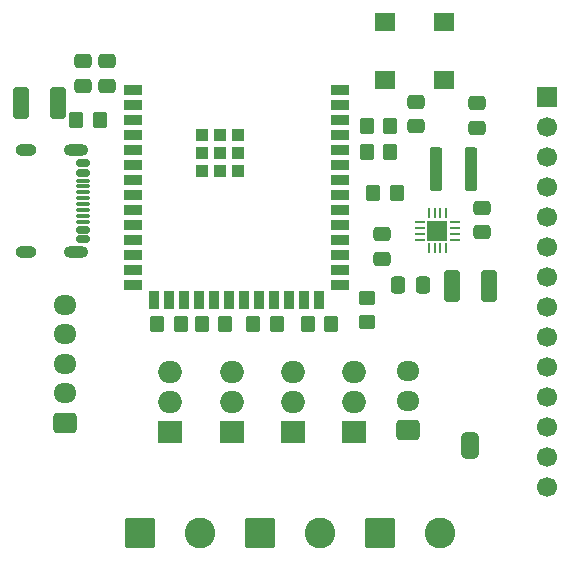
<source format=gbr>
%TF.GenerationSoftware,KiCad,Pcbnew,9.0.1*%
%TF.CreationDate,2025-05-27T02:43:24+02:00*%
%TF.ProjectId,LEDController,4c454443-6f6e-4747-926f-6c6c65722e6b,1*%
%TF.SameCoordinates,Original*%
%TF.FileFunction,Soldermask,Top*%
%TF.FilePolarity,Negative*%
%FSLAX46Y46*%
G04 Gerber Fmt 4.6, Leading zero omitted, Abs format (unit mm)*
G04 Created by KiCad (PCBNEW 9.0.1) date 2025-05-27 02:43:24*
%MOMM*%
%LPD*%
G01*
G04 APERTURE LIST*
G04 Aperture macros list*
%AMRoundRect*
0 Rectangle with rounded corners*
0 $1 Rounding radius*
0 $2 $3 $4 $5 $6 $7 $8 $9 X,Y pos of 4 corners*
0 Add a 4 corners polygon primitive as box body*
4,1,4,$2,$3,$4,$5,$6,$7,$8,$9,$2,$3,0*
0 Add four circle primitives for the rounded corners*
1,1,$1+$1,$2,$3*
1,1,$1+$1,$4,$5*
1,1,$1+$1,$6,$7*
1,1,$1+$1,$8,$9*
0 Add four rect primitives between the rounded corners*
20,1,$1+$1,$2,$3,$4,$5,0*
20,1,$1+$1,$4,$5,$6,$7,0*
20,1,$1+$1,$6,$7,$8,$9,0*
20,1,$1+$1,$8,$9,$2,$3,0*%
%AMFreePoly0*
4,1,23,0.500000,-0.750000,0.000000,-0.750000,0.000000,-0.745722,-0.065263,-0.745722,-0.191342,-0.711940,-0.304381,-0.646677,-0.396677,-0.554381,-0.461940,-0.441342,-0.495722,-0.315263,-0.495722,-0.250000,-0.500000,-0.250000,-0.500000,0.250000,-0.495722,0.250000,-0.495722,0.315263,-0.461940,0.441342,-0.396677,0.554381,-0.304381,0.646677,-0.191342,0.711940,-0.065263,0.745722,0.000000,0.745722,
0.000000,0.750000,0.500000,0.750000,0.500000,-0.750000,0.500000,-0.750000,$1*%
%AMFreePoly1*
4,1,23,0.000000,0.745722,0.065263,0.745722,0.191342,0.711940,0.304381,0.646677,0.396677,0.554381,0.461940,0.441342,0.495722,0.315263,0.495722,0.250000,0.500000,0.250000,0.500000,-0.250000,0.495722,-0.250000,0.495722,-0.315263,0.461940,-0.441342,0.396677,-0.554381,0.304381,-0.646677,0.191342,-0.711940,0.065263,-0.745722,0.000000,-0.745722,0.000000,-0.750000,-0.500000,-0.750000,
-0.500000,0.750000,0.000000,0.750000,0.000000,0.745722,0.000000,0.745722,$1*%
G04 Aperture macros list end*
%ADD10R,1.700000X1.700000*%
%ADD11C,1.700000*%
%ADD12RoundRect,0.250000X0.337500X0.475000X-0.337500X0.475000X-0.337500X-0.475000X0.337500X-0.475000X0*%
%ADD13R,1.500000X0.900000*%
%ADD14R,0.900000X1.500000*%
%ADD15R,1.000000X1.000000*%
%ADD16R,2.000000X1.905000*%
%ADD17O,2.000000X1.905000*%
%ADD18RoundRect,0.250000X-0.350000X-0.450000X0.350000X-0.450000X0.350000X0.450000X-0.350000X0.450000X0*%
%ADD19RoundRect,0.250000X0.412500X1.100000X-0.412500X1.100000X-0.412500X-1.100000X0.412500X-1.100000X0*%
%ADD20RoundRect,0.250000X0.450000X-0.350000X0.450000X0.350000X-0.450000X0.350000X-0.450000X-0.350000X0*%
%ADD21R,1.700000X1.500000*%
%ADD22RoundRect,0.250000X0.725000X-0.600000X0.725000X0.600000X-0.725000X0.600000X-0.725000X-0.600000X0*%
%ADD23O,1.950000X1.700000*%
%ADD24RoundRect,0.250000X-1.050000X-1.050000X1.050000X-1.050000X1.050000X1.050000X-1.050000X1.050000X0*%
%ADD25C,2.600000*%
%ADD26RoundRect,0.250000X0.350000X0.450000X-0.350000X0.450000X-0.350000X-0.450000X0.350000X-0.450000X0*%
%ADD27RoundRect,0.250000X-0.475000X0.337500X-0.475000X-0.337500X0.475000X-0.337500X0.475000X0.337500X0*%
%ADD28RoundRect,0.250000X-0.300000X-1.600000X0.300000X-1.600000X0.300000X1.600000X-0.300000X1.600000X0*%
%ADD29RoundRect,0.250000X0.475000X-0.337500X0.475000X0.337500X-0.475000X0.337500X-0.475000X-0.337500X0*%
%ADD30RoundRect,0.062500X-0.062500X0.350000X-0.062500X-0.350000X0.062500X-0.350000X0.062500X0.350000X0*%
%ADD31RoundRect,0.062500X-0.350000X0.062500X-0.350000X-0.062500X0.350000X-0.062500X0.350000X0.062500X0*%
%ADD32R,1.680000X1.680000*%
%ADD33RoundRect,0.150000X-0.425000X0.150000X-0.425000X-0.150000X0.425000X-0.150000X0.425000X0.150000X0*%
%ADD34RoundRect,0.075000X-0.500000X0.075000X-0.500000X-0.075000X0.500000X-0.075000X0.500000X0.075000X0*%
%ADD35O,2.100000X1.000000*%
%ADD36O,1.800000X1.000000*%
%ADD37FreePoly0,90.000000*%
%ADD38FreePoly1,90.000000*%
%ADD39RoundRect,0.250000X-0.412500X-1.100000X0.412500X-1.100000X0.412500X1.100000X-0.412500X1.100000X0*%
G04 APERTURE END LIST*
%TO.C,JP1*%
G36*
X124500000Y-87150000D02*
G01*
X126000000Y-87150000D01*
X126000000Y-86850000D01*
X124500000Y-86850000D01*
X124500000Y-87150000D01*
G37*
%TD*%
D10*
%TO.C,J9*%
X131750000Y-57490000D03*
D11*
X131750000Y-60030000D03*
X131750000Y-62570000D03*
X131750000Y-65110000D03*
X131750000Y-67650000D03*
X131750000Y-70190000D03*
X131750000Y-72730000D03*
X131750000Y-75270000D03*
X131750000Y-77810000D03*
X131750000Y-80350000D03*
X131750000Y-82890000D03*
X131750000Y-85430000D03*
X131750000Y-87970000D03*
X131750000Y-90510000D03*
%TD*%
D12*
%TO.C,C6*%
X121230300Y-73406000D03*
X119155300Y-73406000D03*
%TD*%
D13*
%TO.C,U2*%
X96684000Y-56858000D03*
X96684000Y-58128000D03*
X96684000Y-59398000D03*
X96684000Y-60668000D03*
X96684000Y-61938000D03*
X96684000Y-63208000D03*
X96684000Y-64478000D03*
X96684000Y-65748000D03*
X96684000Y-67018000D03*
X96684000Y-68288000D03*
X96684000Y-69558000D03*
X96684000Y-70828000D03*
X96684000Y-72098000D03*
X96684000Y-73368000D03*
D14*
X98449000Y-74618000D03*
X99719000Y-74618000D03*
X100989000Y-74618000D03*
X102259000Y-74618000D03*
X103529000Y-74618000D03*
X104799000Y-74618000D03*
X106069000Y-74618000D03*
X107339000Y-74618000D03*
X108609000Y-74618000D03*
X109879000Y-74618000D03*
X111149000Y-74618000D03*
X112419000Y-74618000D03*
D13*
X114184000Y-73368000D03*
X114184000Y-72098000D03*
X114184000Y-70828000D03*
X114184000Y-69558000D03*
X114184000Y-68288000D03*
X114184000Y-67018000D03*
X114184000Y-65748000D03*
X114184000Y-64478000D03*
X114184000Y-63208000D03*
X114184000Y-61938000D03*
X114184000Y-60668000D03*
X114184000Y-59398000D03*
X114184000Y-58128000D03*
X114184000Y-56858000D03*
D15*
X102574000Y-60708000D03*
X102574000Y-62208000D03*
X102574000Y-62208000D03*
X102574000Y-63708000D03*
X104074000Y-60708000D03*
X104074000Y-60708000D03*
X104074000Y-62208000D03*
X104074000Y-63708000D03*
X105574000Y-60708000D03*
X105574000Y-62208000D03*
X105574000Y-63708000D03*
%TD*%
D16*
%TO.C,Q4*%
X115443000Y-85852000D03*
D17*
X115443000Y-83312000D03*
X115443000Y-80772000D03*
%TD*%
D18*
%TO.C,R7*%
X91874000Y-59414000D03*
X93874000Y-59414000D03*
%TD*%
%TO.C,R6*%
X98748000Y-76686000D03*
X100748000Y-76686000D03*
%TD*%
D19*
%TO.C,C5*%
X90372500Y-58000000D03*
X87247500Y-58000000D03*
%TD*%
D20*
%TO.C,R9*%
X116500000Y-76500000D03*
X116500000Y-74500000D03*
%TD*%
D18*
%TO.C,R8*%
X117011000Y-65577000D03*
X119011000Y-65577000D03*
%TD*%
%TO.C,R4*%
X111500000Y-76708000D03*
X113500000Y-76708000D03*
%TD*%
D21*
%TO.C,SW2*%
X123000000Y-51100000D03*
X123000000Y-56000000D03*
%TD*%
D22*
%TO.C,J1*%
X90915000Y-85050000D03*
D23*
X90915000Y-82550000D03*
X90915000Y-80050000D03*
X90915000Y-77550000D03*
X90915000Y-75050000D03*
%TD*%
D24*
%TO.C,J3*%
X107455000Y-94406500D03*
D25*
X112535000Y-94406500D03*
%TD*%
D16*
%TO.C,Q3*%
X110242000Y-85852000D03*
D17*
X110242000Y-83312000D03*
X110242000Y-80772000D03*
%TD*%
D18*
%TO.C,R2*%
X116475000Y-62103000D03*
X118475000Y-62103000D03*
%TD*%
D24*
%TO.C,J2*%
X97295000Y-94406500D03*
D25*
X102375000Y-94406500D03*
%TD*%
D22*
%TO.C,J6*%
X119998000Y-85685000D03*
D23*
X119998000Y-83185000D03*
X119998000Y-80685000D03*
%TD*%
D26*
%TO.C,R5*%
X104526000Y-76686000D03*
X102526000Y-76686000D03*
%TD*%
D27*
%TO.C,C1*%
X125857000Y-58017500D03*
X125857000Y-60092500D03*
%TD*%
D28*
%TO.C,L1*%
X122353000Y-63582000D03*
X125353000Y-63582000D03*
%TD*%
D18*
%TO.C,R3*%
X106860000Y-76686000D03*
X108860000Y-76686000D03*
%TD*%
D16*
%TO.C,Q2*%
X105041000Y-85852000D03*
D17*
X105041000Y-83312000D03*
X105041000Y-80772000D03*
%TD*%
D21*
%TO.C,SW1*%
X118000000Y-51100000D03*
X118000000Y-56000000D03*
%TD*%
D29*
%TO.C,C8*%
X117757000Y-71186500D03*
X117757000Y-69111500D03*
%TD*%
D30*
%TO.C,U1*%
X123223000Y-67326500D03*
X122723000Y-67326500D03*
X122223000Y-67326500D03*
X121723000Y-67326500D03*
D31*
X121010500Y-68039000D03*
X121010500Y-68539000D03*
X121010500Y-69039000D03*
X121010500Y-69539000D03*
D30*
X121723000Y-70251500D03*
X122223000Y-70251500D03*
X122723000Y-70251500D03*
X123223000Y-70251500D03*
D31*
X123935500Y-69539000D03*
X123935500Y-69039000D03*
X123935500Y-68539000D03*
X123935500Y-68039000D03*
D32*
X122473000Y-68789000D03*
%TD*%
D16*
%TO.C,Q1*%
X99840000Y-85830000D03*
D17*
X99840000Y-83290000D03*
X99840000Y-80750000D03*
%TD*%
D33*
%TO.C,J5*%
X92425000Y-63094000D03*
X92425000Y-63894000D03*
D34*
X92425000Y-65044000D03*
X92425000Y-66044000D03*
X92425000Y-66544000D03*
X92425000Y-67544000D03*
D33*
X92425000Y-68694000D03*
X92425000Y-69494000D03*
X92425000Y-69494000D03*
X92425000Y-68694000D03*
D34*
X92425000Y-68044000D03*
X92425000Y-67044000D03*
X92425000Y-65544000D03*
X92425000Y-64544000D03*
D33*
X92425000Y-63894000D03*
X92425000Y-63094000D03*
D35*
X91850000Y-61974000D03*
D36*
X87670000Y-61974000D03*
D35*
X91850000Y-70614000D03*
D36*
X87670000Y-70614000D03*
%TD*%
D37*
%TO.C,JP1*%
X125250000Y-87650000D03*
D38*
X125250000Y-86350000D03*
%TD*%
D29*
%TO.C,C3*%
X94500000Y-56537500D03*
X94500000Y-54462500D03*
%TD*%
D27*
%TO.C,C9*%
X126238000Y-66857500D03*
X126238000Y-68932500D03*
%TD*%
D24*
%TO.C,J4*%
X117615000Y-94406500D03*
D25*
X122695000Y-94406500D03*
%TD*%
D29*
%TO.C,C2*%
X120650000Y-59965500D03*
X120650000Y-57890500D03*
%TD*%
D39*
%TO.C,C7*%
X123708500Y-73483000D03*
X126833500Y-73483000D03*
%TD*%
D18*
%TO.C,R1*%
X116475000Y-59944000D03*
X118475000Y-59944000D03*
%TD*%
D29*
%TO.C,C4*%
X92500000Y-56537500D03*
X92500000Y-54462500D03*
%TD*%
M02*

</source>
